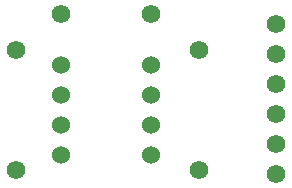
<source format=gtl>
%FSLAX24Y24*%
%MOIN*%
G70*
G01*
G75*
G04 Layer_Physical_Order=1*
G04 Layer_Color=255*
%ADD10C,0.0620*%
%ADD11C,0.0600*%
D10*
X4740Y5920D02*
D03*
X1740D02*
D03*
X8900Y570D02*
D03*
Y1570D02*
D03*
Y2570D02*
D03*
Y3570D02*
D03*
Y4570D02*
D03*
Y5570D02*
D03*
X6340Y710D02*
D03*
Y4710D02*
D03*
X240D02*
D03*
Y710D02*
D03*
D11*
X1740Y4210D02*
D03*
Y3210D02*
D03*
Y2210D02*
D03*
Y1210D02*
D03*
X4740D02*
D03*
Y2210D02*
D03*
Y3210D02*
D03*
Y4210D02*
D03*
M02*

</source>
